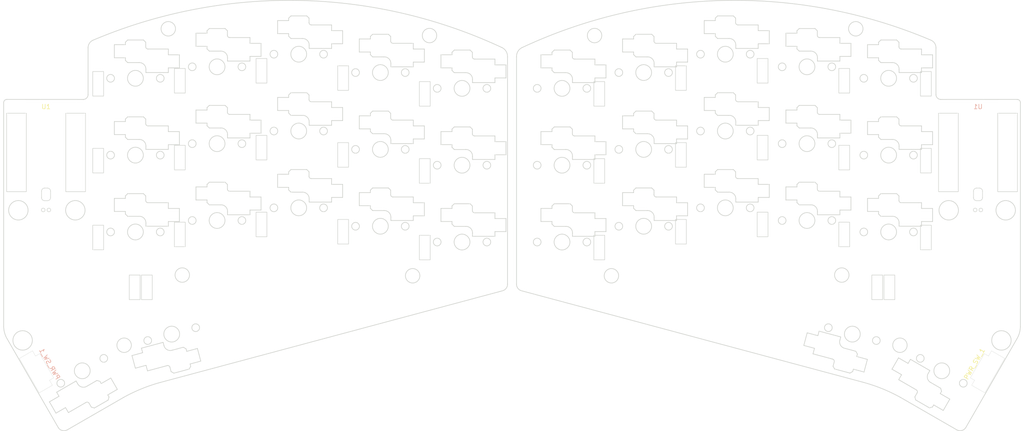
<source format=kicad_pcb>
(kicad_pcb (version 20211014) (generator pcbnew)
  (title_block (title "Kretsträd") (company "by JW"))
  (layers (0 "F.Cu" signal) (31 "B.Cu" signal) (34 "B.Paste" user) (35 "F.Paste" user) (36 "B.SilkS" user "B.Silkscreen") (37 "F.SilkS" user "F.Silkscreen") (38 "B.Mask" user) (39 "F.Mask" user) (44 "Edge.Cuts" user))
  (net 0 "")
  (footprint "jw_custom_footprint:Diode_SOD123_THT_2_cutout" (layer "F.Cu") (at 236.324337 79.559401 90))
  (footprint "jw_custom_footprint:Kailh_socket_PG1350_v1_reversible_cutout_bottom" (layer "F.Cu") (at 173.819937 94.007801 180))
  (footprint "jw_custom_footprint:Diode_SOD123_THT_2_cutout" (layer "F.Cu") (at 200.154737 76.6792 90))
  (footprint "jw_custom_footprint:MountingHole_3.2mm_M3_cutout" (layer "F.Cu") (at 166.674404 104.97946))
  (footprint "jw_custom_footprint:Diode_SOD123_THT_2_cutout" (layer "F.Cu") (at 163.985137 81.840601 90))
  (footprint "jw_custom_footprint:Kailh_socket_PG1350_v1_reversible_cutout_bottom" (layer "F.Cu") (at 191.904737 72.919801 180))
  (footprint "jw_custom_footprint:Kailh_socket_PG1350_v1_reversible_cutout_bottom" (layer "F.Cu") (at 173.819937 76.989801 180))
  (footprint "jw_custom_footprint:MountingHole_4.3mm_M4_cutout" (layer "F.Cu") (at 253.999859 90.473601))
  (footprint "jw_custom_footprint:Kailh_socket_PG1350_v1_reversible_cutout_bottom" (layer "F.Cu") (at 191.904737 89.937801 180))
  (footprint "jw_custom_footprint:Kailh_socket_PG1350_v1_reversible_cutout_bottom" (layer "F.Cu") (at 97.421239 89.937801 180))
  (footprint "jw_custom_footprint:Kailh_socket_PG1350_v1_reversible_cutout_bottom" (layer "F.Cu") (at 115.506039 59.971801 180))
  (footprint "jw_custom_footprint:Diode_SOD123_THT_2_cutout" (layer "F.Cu") (at 182.069937 95.307801 90))
  (footprint "jw_custom_footprint:Diode_SOD123_THT_2_cutout" (layer "F.Cu") (at 182.069937 78.289801 90))
  (footprint "jw_custom_footprint:Kailh_socket_PG1350_v1_reversible_cutout_bottom" (layer "F.Cu") (at 97.421239 72.919801 180))
  (footprint "jw_custom_footprint:Kailh_socket_PG1350_v1_reversible_cutout_bottom" (layer "F.Cu") (at 133.590839 97.507801 180))
  (footprint "jw_custom_footprint:SW_SPDT_PCM12_cutout" (layer "F.Cu") (at 249.854998 126.1042 60))
  (footprint "jw_custom_footprint:Kailh_socket_PG1350_v1_reversible_cutout_bottom" (layer "F.Cu") (at 173.819937 59.971801 180))
  (footprint "jw_custom_footprint:Kailh_socket_PG1350_v1_reversible_cutout_bottom" (layer "F.Cu") (at 79.336439 92.737801 180))
  (footprint "jw_custom_footprint:Kailh_socket_PG1350_v1_reversible_cutout_bottom" (layer "F.Cu") (at 97.421239 55.901801 180))
  (footprint "jw_custom_footprint:Molex_PicoBlade_53047-0210_1x02_P1.25mm_Vertical_cutout_bottom" (layer "F.Cu") (at 248.493598 90.40706 180))
  (footprint "jw_custom_footprint:Kailh_socket_PG1350_v1_reversible_cutout_bottom" (layer "F.Cu") (at 115.506039 76.989801 180))
  (footprint "jw_custom_footprint:Diode_SOD123_THT_2_cutout" (layer "F.Cu") (at 218.239537 78.8878 90))
  (footprint "jw_custom_footprint:Kailh_socket_PG1350_v1_reversible_cutout_bottom" (layer "F.Cu") (at 155.735137 97.507801 180))
  (footprint "jw_custom_footprint:Kailh_socket_PG1350_v1_reversible_cutout_bottom" (layer "F.Cu") (at 209.989537 58.701601 180))
  (footprint "jw_custom_footprint:Diode_SOD123_THT_2_cutout" (layer "F.Cu") (at 236.324398 62.5414 90))
  (footprint "jw_custom_footprint:MountingHole_3.2mm_M3_cutout" (layer "F.Cu") (at 217.698598 104.819))
  (footprint "jw_custom_footprint:Kailh_socket_PG1350_v1_reversible_cutout_bottom" (layer "F.Cu") (at 61.251639 95.277401 180))
  (footprint "jw_custom_footprint:Kailh_socket_PG1350_v1_reversible_cutout_bottom" (layer "F.Cu") (at 239.847398 126.028 -30))
  (footprint "jw_custom_footprint:Diode_SOD123_THT_2_cutout" (layer "F.Cu") (at 225.547198 107.4606 -90))
  (footprint "jw_custom_footprint:Kailh_socket_PG1350_v1_reversible_cutout_bottom" (layer "F.Cu") (at 133.590839 80.489801 180))
  (footprint "jw_custom_footprint:Kailh_socket_PG1350_v1_reversible_cutout_bottom" (layer "F.Cu") (at 191.904737 55.901801 180))
  (footprint "jw_custom_footprint:Kailh_socket_PG1350_v1_reversible_cutout_bottom" (layer "F.Cu") (at 61.251639 78.259401 180))
  (footprint "jw_custom_footprint:MountingHole_4.3mm_M4_cutout" (layer "F.Cu") (at 253.055398 119.297))
  (footprint "jw_custom_footprint:Diode_SOD123_THT_2_cutout" (layer "F.Cu") (at 228.239598 107.4606 -90))
  (footprint "jw_custom_footprint:Diode_SOD123_THT_2_cutout" (layer "F.Cu") (at 163.985137 98.807801 90))
  (footprint "jw_custom_footprint:Kailh_socket_PG1350_v1_reversible_cutout_bottom" (layer "F.Cu") (at 69.290578 117.9 15))
  (footprint "jw_custom_footprint:Kailh_socket_PG1350_v1_reversible_cutout_bottom" (layer "F.Cu") (at 209.989537 92.737801 180))
  (footprint "jw_custom_footprint:Kailh_socket_PG1350_v1_reversible_cutout_bottom" (layer "F.Cu") (at 209.989537 75.719801 180))
  (footprint "jw_custom_footprint:MountingHole_3.2mm_M3_cutout" (layer "F.Cu") (at 162.940614 51.776054))
  (footprint "jw_custom_footprint:Diode_SOD123_THT_2_cutout" (layer "F.Cu") (at 182.069937 61.271801 90))
  (footprint "jw_custom_footprint:Kailh_socket_PG1350_v1_reversible_cutout_bottom" (layer "F.Cu") (at 155.735137 80.489801 180))
  (footprint "jw_custom_footprint:Diode_SOD123_THT_2_cutout" (layer "F.Cu") (at 200.154737 93.6972 90))
  (footprint "jw_custom_footprint:Kailh_socket_PG1350_v1_reversible_cutout_bottom" (layer "F.Cu") (at 155.735137 63.471801 180))
  (footprint "jw_custom_footprint:MountingHole_4.3mm_M4_cutout" (layer "F.Cu") (at 241.382112 90.473601))
  (footprint "jw_custom_footprint:Diode_SOD123_THT_2_cutout" (layer "F.Cu") (at 200.154737 59.6612 90))
  (footprint "jw_custom_footprint:Kailh_socket_PG1350_v1_reversible_cutout_bottom" (layer "F.Cu") (at 228.074337 95.277401 180))
  (footprint "jw_custom_footprint:MountingHole_3.2mm_M3_cutout" (layer "F.Cu") (at 230.576398 120.3638))
  (footprint "jw_custom_footprint:MountingHole_3.2mm_M3_cutout" (layer "F.Cu") (at 220.797398 50.277454))
  (footprint "jw_custom_footprint:Kailh_socket_PG1350_v1_reversible_cutout_bottom" (layer "F.Cu") (at 79.336439 75.719801 180))
  (footprint "jw_custom_footprint:Xiao THT jumper pad_cutout" (layer "F.Cu") (at 247.868598 77.515801))
  (footprint "jw_custom_footprint:Kailh_socket_PG1350_v1_reversible_cutout_bottom" (layer "F.Cu") (at 220.035398 117.9 -15))
  (footprint "jw_custom_footprint:Diode_SOD123_THT_2_cutout" (layer "F.Cu") (at 218.239537 61.8696 90))
  (footprint "jw_custom_footprint:Kailh_socket_PG1350_v1_reversible_cutout_bottom" (layer "F.Cu") (at 133.590839 63.471801 180))
  (footprint "jw_custom_footprint:Diode_SOD123_THT_2_cutout" (layer "F.Cu") (at 218.239537 95.9058 90))
  (footprint "jw_custom_footprint:SolderJumper-2_P1.3mm_Open_RoundedPad1.0x1.5mm_dual_side_cutout" (layer "F.Cu") (at 247.868598 86.95506 90))
  (footprint "jw_custom_footprint:Kailh_socket_PG1350_v1_reversible_cutout_bottom" (layer "F.Cu") (at 115.506039 94.007801 180))
  (footprint "jw_custom_footprint:Diode_SOD123_THT_2_cutout" (layer "F.Cu") (at 236.324337 96.577401 90))
  (footprint "jw_custom_footprint:Diode_SOD123_THT_2_cutout" (layer "F.Cu") (at 163.985137 64.771801 90))
  (footprint "jw_custom_footprint:Kailh_socket_PG1350_v1_reversible_cutout_bottom" (layer "F.Cu") (at 79.336439 58.701601 180))
  (footprint "jw_custom_footprint:Kailh_socket_PG1350_v1_reversible_cutout_bottom" (layer "F.Cu") (at 228.074337 61.241401 180))
  (footprint "jw_custom_footprint:Kailh_socket_PG1350_v1_reversible_cutout_bottom" (layer "F.Cu") (at 61.251639 61.241401 180))
  (footprint "jw_custom_footprint:Kailh_socket_PG1350_v1_reversible_cutout_bottom" (layer "F.Cu") (at 228.074337 78.259401 180))
  (footprint "jw_custom_footprint:Kailh_socket_PG1350_v1_reversible_cutout_bottom" (layer "F.Cu") (at 49.478578 126.028 30))
  (footprint "jw_custom_footprint:Diode_SOD123_THT_2_cutout" (layer "B.Cu") (at 61.086378 107.4606 -90))
  (footprint "jw_custom_footprint:Diode_SOD123_THT_2_cutout" (layer "B.Cu") (at 89.171239 93.6972 90))
  (footprint "jw_custom_footprint:Diode_SOD123_THT_2_cutout" (layer "B.Cu") (at 53.001578 62.5414 90))
  (footprint "jw_custom_footprint:Diode_SOD123_THT_2_cutout" (layer "B.Cu") (at 53.001639 96.577401 90))
  (footprint "jw_custom_footprint:Diode_SOD123_THT_2_cutout" (layer "B.Cu") (at 63.778778 107.4606 -90))
  (footprint "jw_custom_footprint:MountingHole_3.2mm_M3_cutout" (layer "B.Cu") (at 68.528578 50.277454 180))
  (footprint "jw_custom_footprint:Diode_SOD123_THT_2_cutout" (layer "B.Cu") (at 71.086439 95.9058 90))
  (footprint "jw_custom_footprint:MountingHole_4.3mm_M4_cutout" (layer "B.Cu") (at 36.270578 119.297 180))
  (footprint "jw_custom_footprint:SW_SPDT_PCM12_cutout" (layer "B.Cu") (at 39.470978 126.1042 120))
  (footprint "jw_custom_footprint:Diode_SOD123_THT_2_cutout" (layer "B.Cu") (at 89.171239 76.6792 90))
  (footprint "jw_custom_footprint:Diode_SOD123_THT_2_cutout" (layer "B.Cu") (at 71.086439 78.8878 90))
  (footprint "jw_custom_footprint:MountingHole_4.3mm_M4_cutout" (layer "B.Cu") (at 35.326117 90.473601 180))
  (footprint "jw_custom_footprint:Molex_PicoBlade_53047-0210_1x02_P1.25mm_Vertical_cutout_bottom" (layer "B.Cu") (at 40.832378 90.40706))
  (footprint "jw_custom_footprint:MountingHole_3.2mm_M3_cutout" (layer "B.Cu") (at 122.651572 104.97946 180))
  (footprint "jw_custom_footprint:MountingHole_3.2mm_M3_cutout" (layer "B.Cu") (at 126.385362 51.776054 180))
  (footprint "jw_custom_footprint:Diode_SOD123_THT_2_cutout" (layer "B.Cu") (at 125.340839 98.807801 90))
  (footprint "jw_custom_footprint:Diode_SOD123_THT_2_cutout" (layer "B.Cu") (at 107.256039 61.271801 90))
  (footprint "jw_custom_footprint:Diode_SOD123_THT_2_cutout" (layer "B.Cu") (at 71.086439 61.8696 90))
  (footprint "jw_custom_footprint:Xiao THT jumper pad_cutout" (layer "B.Cu") (at 41.457378 77.515801 180))
  (footprint "jw_custom_footprint:MountingHole_4.3mm_M4_cutout" (layer "B.Cu") (at 47.943864 90.473601 180))
  (footprint "jw_custom_footprint:Diode_SOD123_THT_2_cutout" (layer "B.Cu") (at 53.001639 79.559401 90))
  (footprint "jw_custom_footprint:Diode_SOD123_THT_2_cutout" (layer "B.Cu") (at 107.256039 78.289801 90))
  (footprint "jw_custom_footprint:Diode_SOD123_THT_2_cutout" (layer "B.Cu") (at 125.340839 64.771801 90))
  (footprint "jw_custom_footprint:Diode_SOD123_THT_2_cutout" (layer "B.Cu") (at 107.256039 95.307801 90))
  (footprint "jw_custom_footprint:Diode_SOD123_THT_2_cutout" (layer "B.Cu") (at 125.340839 81.840601 90))
  (footprint "jw_custom_footprint:Diode_SOD123_THT_2_cutout" (layer "B.Cu") (at 89.171239 59.6612 90))
  (footprint "jw_custom_footprint:SolderJumper-2_P1.3mm_Open_RoundedPad1.0x1.5mm_dual_side_cutout" (layer "B.Cu") (at 41.457378 86.95506 90))
  (footprint "jw_custom_footprint:MountingHole_3.2mm_M3_cutout" (layer "B.Cu") (at 58.749578 120.3638 180))
  (footprint "jw_custom_footprint:MountingHole_3.2mm_M3_cutout" (layer "B.Cu") (at 71.627378 104.819 180))
  (gr_line (start 49.702517 65.927816) (end 32.775379 65.917044) (layer "Edge.Cuts") (width 0.15))
  (gr_arc (start 50.769317 54.493854) (mid 51.054497 53.497683) (end 51.836117 52.817454) (layer "Edge.Cuts") (width 0.15))
  (gr_arc (start 50.769317 64.861016) (mid 50.450461 65.608958) (end 49.702517 65.927816) (layer "Edge.Cuts") (width 0.15))
  (gr_line (start 238.556659 54.493854) (end 238.556659 64.861016) (layer "Edge.Cuts") (width 0.15))
  (gr_arc (start 145.662988 56.475054) (mid 145.971579 55.27791) (end 146.883398 54.443054) (layer "Edge.Cuts") (width 0.15))
  (gr_arc (start 239.623459 65.927816) (mid 238.875509 65.608963) (end 238.556659 64.861016) (layer "Edge.Cuts") (width 0.15))
  (gr_line (start 146.730998 108.292813) (end 222.459136 128.576796) (layer "Edge.Cuts") (width 0.15))
  (gr_arc (start 32.075439 66.627) (mid 32.27835 66.127033) (end 32.775379 65.917044) (layer "Edge.Cuts") (width 0.15))
  (gr_line (start 245.143137 138.635669) (end 256.458998 118.9922) (layer "Edge.Cuts") (width 0.15))
  (gr_arc (start 257.250537 116.249) (mid 257.036144 117.672936) (end 256.458998 118.9922) (layer "Edge.Cuts") (width 0.15))
  (gr_arc (start 142.442578 54.443054) (mid 143.354416 55.277898) (end 143.662988 56.475054) (layer "Edge.Cuts") (width 0.15))
  (gr_line (start 243.236336 139.143196) (end 230.714136 131.929596) (layer "Edge.Cuts") (width 0.15))
  (gr_line (start 66.86684 128.576796) (end 142.594978 108.292813) (layer "Edge.Cuts") (width 0.15))
  (gr_arc (start 32.866978 118.9922) (mid 32.289837 117.672934) (end 32.075439 116.249) (layer "Edge.Cuts") (width 0.15))
  (gr_arc (start 46.08964 139.143196) (mid 45.040483 139.249165) (end 44.182839 138.635669) (layer "Edge.Cuts") (width 0.15))
  (gr_arc (start 146.883398 54.443054) (mid 192.01375 43.994474) (end 237.489859 52.817454) (layer "Edge.Cuts") (width 0.15))
  (gr_line (start 256.550597 65.917044) (end 239.623459 65.927816) (layer "Edge.Cuts") (width 0.15))
  (gr_arc (start 146.730998 108.292813) (mid 145.946388 107.740014) (end 145.662988 106.823044) (layer "Edge.Cuts") (width 0.15))
  (gr_line (start 58.61184 131.929596) (end 46.08964 139.143196) (layer "Edge.Cuts") (width 0.15))
  (gr_arc (start 58.61184 131.929596) (mid 62.638055 130.003819) (end 66.86684 128.576796) (layer "Edge.Cuts") (width 0.15))
  (gr_arc (start 237.489859 52.817454) (mid 238.271419 53.497722) (end 238.556659 54.493854) (layer "Edge.Cuts") (width 0.15))
  (gr_arc (start 245.143137 138.635669) (mid 244.285483 139.249126) (end 243.236336 139.143196) (layer "Edge.Cuts") (width 0.15))
  (gr_line (start 143.662988 106.823044) (end 143.662988 56.475054) (layer "Edge.Cuts") (width 0.15))
  (gr_arc (start 51.836117 52.817454) (mid 97.312226 43.994476) (end 142.442578 54.443054) (layer "Edge.Cuts") (width 0.15))
  (gr_arc (start 222.459136 128.576796) (mid 226.687919 130.003824) (end 230.714136 131.929596) (layer "Edge.Cuts") (width 0.15))
  (gr_line (start 32.866978 118.9922) (end 44.182839 138.635669) (layer "Edge.Cuts") (width 0.15))
  (gr_line (start 50.769317 64.861016) (end 50.769317 54.493854) (layer "Edge.Cuts") (width 0.15))
  (gr_line (start 32.075439 116.249) (end 32.075439 66.627) (layer "Edge.Cuts") (width 0.15))
  (gr_arc (start 256.550597 65.917044) (mid 257.047615 66.127044) (end 257.250537 66.627) (layer "Edge.Cuts") (width 0.15))
  (gr_line (start 257.250537 66.627) (end 257.250537 116.249) (layer "Edge.Cuts") (width 0.15))
  (gr_line (start 145.662988 56.475054) (end 145.662988 106.823044) (layer "Edge.Cuts") (width 0.15))
  (gr_arc (start 143.662988 106.823044) (mid 143.379524 107.739968) (end 142.594978 108.292813) (layer "Edge.Cuts") (width 0.15))
)
</source>
